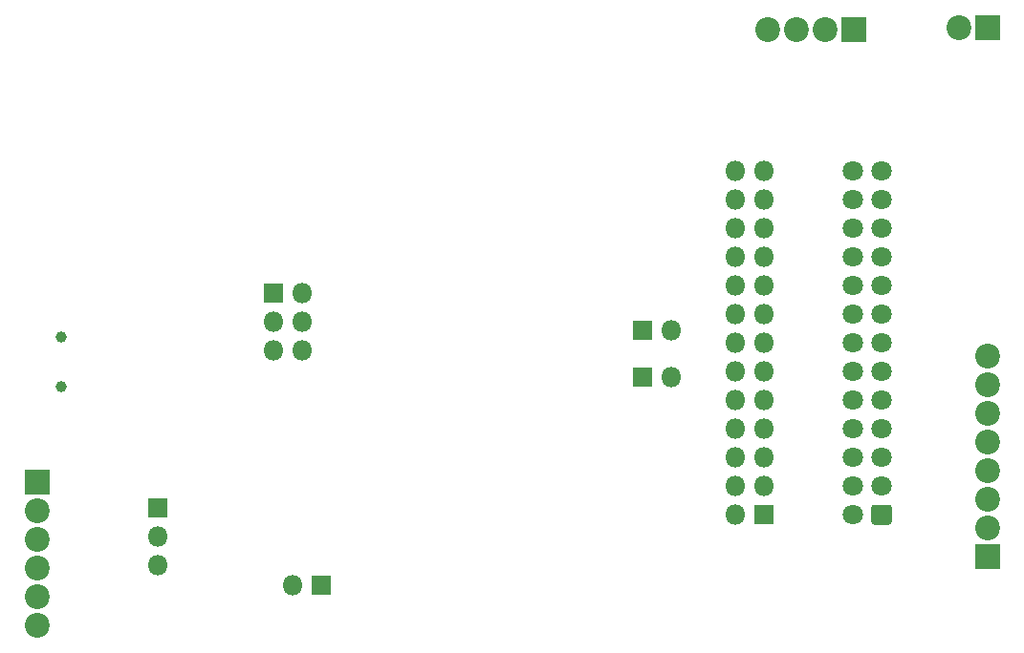
<source format=gbr>
%TF.GenerationSoftware,KiCad,Pcbnew,(5.1.6)-1*%
%TF.CreationDate,2021-03-15T19:33:02-07:00*%
%TF.ProjectId,DJetECUTester,444a6574-4543-4555-9465-737465722e6b,rev?*%
%TF.SameCoordinates,Original*%
%TF.FileFunction,Soldermask,Bot*%
%TF.FilePolarity,Negative*%
%FSLAX46Y46*%
G04 Gerber Fmt 4.6, Leading zero omitted, Abs format (unit mm)*
G04 Created by KiCad (PCBNEW (5.1.6)-1) date 2021-03-15 19:33:02*
%MOMM*%
%LPD*%
G01*
G04 APERTURE LIST*
%ADD10C,1.800000*%
%ADD11C,2.200000*%
%ADD12R,2.200000X2.200000*%
%ADD13R,1.800000X1.800000*%
%ADD14O,1.800000X1.800000*%
%ADD15C,1.000000*%
G04 APERTURE END LIST*
%TO.C,J2*%
G36*
G01*
X254011000Y-113410706D02*
X254011000Y-114681294D01*
G75*
G02*
X253746294Y-114946000I-264706J0D01*
G01*
X252475706Y-114946000D01*
G75*
G02*
X252211000Y-114681294I0J264706D01*
G01*
X252211000Y-113410706D01*
G75*
G02*
X252475706Y-113146000I264706J0D01*
G01*
X253746294Y-113146000D01*
G75*
G02*
X254011000Y-113410706I0J-264706D01*
G01*
G37*
D10*
X253111000Y-111506000D03*
X253111000Y-108966000D03*
X253111000Y-106426000D03*
X253111000Y-103886000D03*
X253111000Y-101346000D03*
X253111000Y-98806000D03*
X253111000Y-96266000D03*
X253111000Y-93726000D03*
X253111000Y-91186000D03*
X253111000Y-88646000D03*
X253111000Y-86106000D03*
X253111000Y-83566000D03*
X250571000Y-114046000D03*
X250571000Y-111506000D03*
X250571000Y-108966000D03*
X250571000Y-106426000D03*
X250571000Y-103886000D03*
X250571000Y-101346000D03*
X250571000Y-98806000D03*
X250571000Y-96266000D03*
X250571000Y-93726000D03*
X250571000Y-91186000D03*
X250571000Y-88646000D03*
X250571000Y-86106000D03*
X250571000Y-83566000D03*
%TD*%
D11*
%TO.C,J6*%
X243045000Y-70993000D03*
X245585000Y-70993000D03*
X248125000Y-70993000D03*
D12*
X250665000Y-70993000D03*
%TD*%
D11*
%TO.C,J8*%
X262500000Y-99949000D03*
X262500000Y-102489000D03*
X262500000Y-105029000D03*
X262500000Y-107569000D03*
X262500000Y-110109000D03*
X262500000Y-112649000D03*
X262500000Y-115189000D03*
D12*
X262500000Y-117729000D03*
%TD*%
%TO.C,J7*%
X178308000Y-111125000D03*
D11*
X178308000Y-113665000D03*
X178308000Y-116205000D03*
X178308000Y-118745000D03*
X178308000Y-121285000D03*
X178308000Y-123825000D03*
%TD*%
D13*
%TO.C,J1*%
X199263000Y-94361000D03*
D14*
X201803000Y-94361000D03*
X199263000Y-96901000D03*
X201803000Y-96901000D03*
X199263000Y-99441000D03*
X201803000Y-99441000D03*
%TD*%
D15*
%TO.C,J3*%
X180446000Y-98302000D03*
X180446000Y-102702000D03*
%TD*%
D13*
%TO.C,J4*%
X242697000Y-114046000D03*
D14*
X240157000Y-114046000D03*
X242697000Y-111506000D03*
X240157000Y-111506000D03*
X242697000Y-108966000D03*
X240157000Y-108966000D03*
X242697000Y-106426000D03*
X240157000Y-106426000D03*
X242697000Y-103886000D03*
X240157000Y-103886000D03*
X242697000Y-101346000D03*
X240157000Y-101346000D03*
X242697000Y-98806000D03*
X240157000Y-98806000D03*
X242697000Y-96266000D03*
X240157000Y-96266000D03*
X242697000Y-93726000D03*
X240157000Y-93726000D03*
X242697000Y-91186000D03*
X240157000Y-91186000D03*
X242697000Y-88646000D03*
X240157000Y-88646000D03*
X242697000Y-86106000D03*
X240157000Y-86106000D03*
X242697000Y-83566000D03*
X240157000Y-83566000D03*
%TD*%
D12*
%TO.C,J5*%
X262509000Y-70866000D03*
D11*
X259969000Y-70866000D03*
%TD*%
D13*
%TO.C,JP1*%
X203454000Y-120269000D03*
D14*
X200914000Y-120269000D03*
%TD*%
D13*
%TO.C,JP2*%
X231902000Y-101854000D03*
D14*
X234442000Y-101854000D03*
%TD*%
%TO.C,JP3*%
X234442000Y-97663000D03*
D13*
X231902000Y-97663000D03*
%TD*%
%TO.C,JP4*%
X188976000Y-113411000D03*
D14*
X188976000Y-115951000D03*
X188976000Y-118491000D03*
%TD*%
M02*

</source>
